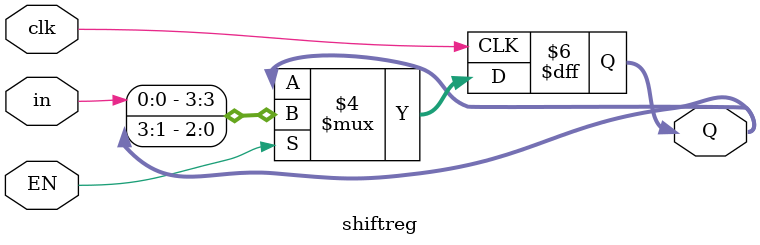
<source format=v>
module shiftreg(EN, in, clk, Q);
parameter n = 4;
input EN,in,clk;
output [n-1:0] Q;
reg [n-1:0] Q;

initial
	Q = 4'd0;
	always @(posedge clk)
	begin
	if(EN)
	Q = {in,Q[n-1:1]};
end


endmodule
</source>
